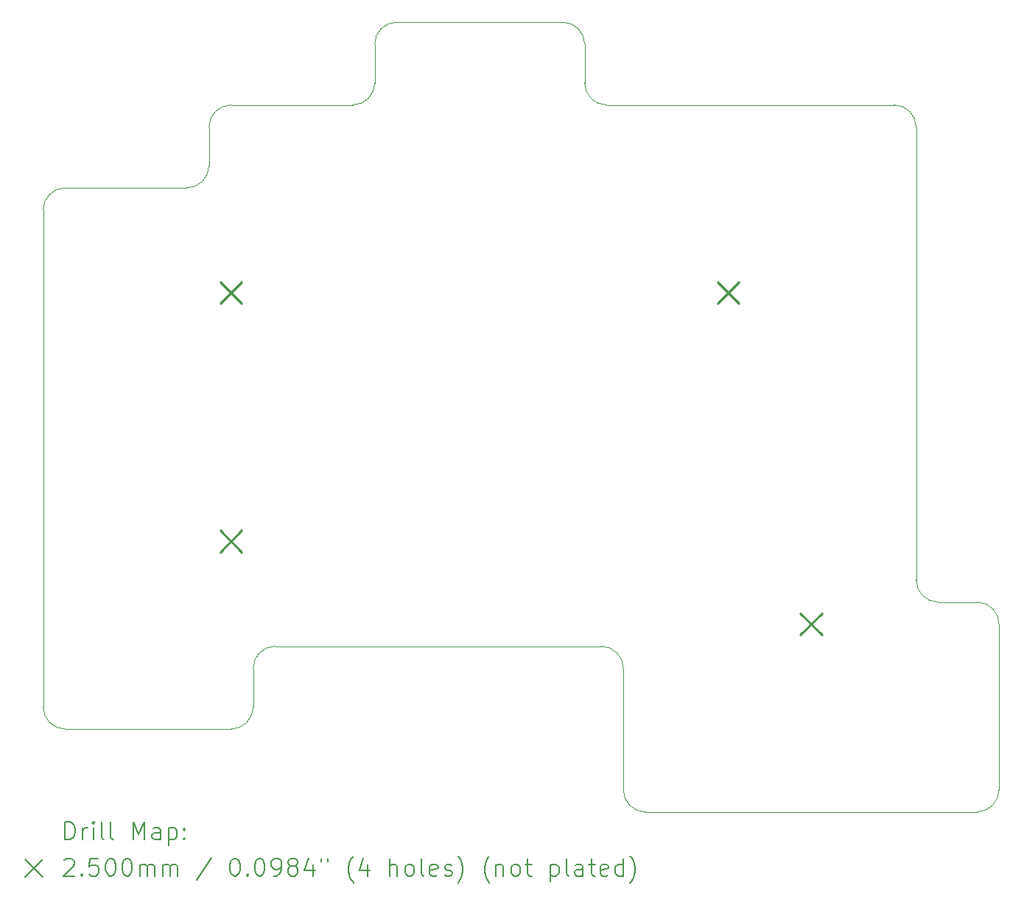
<source format=gbr>
%FSLAX45Y45*%
G04 Gerber Fmt 4.5, Leading zero omitted, Abs format (unit mm)*
G04 Created by KiCad (PCBNEW (6.0.4-0)) date 2022-03-28 14:14:27*
%MOMM*%
%LPD*%
G01*
G04 APERTURE LIST*
%TA.AperFunction,Profile*%
%ADD10C,0.120000*%
%TD*%
%ADD11C,0.200000*%
%ADD12C,0.250000*%
G04 APERTURE END LIST*
D10*
X-2349500Y-5969000D02*
G75*
G03*
X-2603500Y-6223000I0J-254000D01*
G01*
X-2857500Y254000D02*
X-1460500Y254000D01*
X-2857500Y-6921500D02*
G75*
G03*
X-2603500Y-6667500I0J254000D01*
G01*
X1206500Y508000D02*
X1206500Y952500D01*
X-5016500Y-952500D02*
X-5016500Y-6667500D01*
X5016500Y-5207000D02*
G75*
G03*
X5270500Y-5461000I254000J0D01*
G01*
X1206500Y508000D02*
G75*
G03*
X1460500Y254000I254000J0D01*
G01*
X5969000Y-5715000D02*
G75*
G03*
X5715000Y-5461000I-254000J0D01*
G01*
X1651000Y-6223000D02*
X1651000Y-7620000D01*
X-4762500Y-6921500D02*
X-2857500Y-6921500D01*
X5715000Y-5461000D02*
X5270500Y-5461000D01*
X-1206500Y508000D02*
X-1206500Y952500D01*
X-3111500Y0D02*
X-3111500Y-444500D01*
X-2603500Y-6667500D02*
X-2603500Y-6223000D01*
X5461000Y-7874000D02*
X5715000Y-7874000D01*
X1397000Y-5969000D02*
X-2349500Y-5969000D01*
X-4762500Y-698500D02*
G75*
G03*
X-5016500Y-952500I0J-254000D01*
G01*
X1206500Y952500D02*
G75*
G03*
X952500Y1206500I-254000J0D01*
G01*
X-5016500Y-6667500D02*
G75*
G03*
X-4762500Y-6921500I254000J0D01*
G01*
X1651000Y-6223000D02*
G75*
G03*
X1397000Y-5969000I-254000J0D01*
G01*
X5016500Y0D02*
G75*
G03*
X4762500Y254000I-254000J0D01*
G01*
X-3365500Y-698500D02*
G75*
G03*
X-3111500Y-444500I0J254000D01*
G01*
X1460500Y254000D02*
X4762500Y254000D01*
X5969000Y-5969000D02*
X5969000Y-5715000D01*
X5715000Y-7874000D02*
G75*
G03*
X5969000Y-7620000I0J254000D01*
G01*
X5969000Y-5969000D02*
X5969000Y-7620000D01*
X952500Y1206500D02*
X-952500Y1206500D01*
X5461000Y-7874000D02*
X1905000Y-7874000D01*
X-2857500Y254000D02*
G75*
G03*
X-3111500Y0I0J-254000D01*
G01*
X-952500Y1206500D02*
G75*
G03*
X-1206500Y952500I0J-254000D01*
G01*
X-3365500Y-698500D02*
X-4762500Y-698500D01*
X1651000Y-7620000D02*
G75*
G03*
X1905000Y-7874000I254000J0D01*
G01*
X5016500Y-5207000D02*
X5016500Y0D01*
X-1460500Y254000D02*
G75*
G03*
X-1206500Y508000I0J254000D01*
G01*
D11*
D12*
X-2982500Y-1780000D02*
X-2732500Y-2030000D01*
X-2732500Y-1780000D02*
X-2982500Y-2030000D01*
X-2982500Y-4637500D02*
X-2732500Y-4887500D01*
X-2732500Y-4637500D02*
X-2982500Y-4887500D01*
X2732500Y-1780000D02*
X2982500Y-2030000D01*
X2982500Y-1780000D02*
X2732500Y-2030000D01*
X3685000Y-5590000D02*
X3935000Y-5840000D01*
X3935000Y-5590000D02*
X3685000Y-5840000D01*
D11*
X-4764881Y-8190476D02*
X-4764881Y-7990476D01*
X-4717262Y-7990476D01*
X-4688691Y-8000000D01*
X-4669643Y-8019048D01*
X-4660119Y-8038095D01*
X-4650595Y-8076190D01*
X-4650595Y-8104762D01*
X-4660119Y-8142857D01*
X-4669643Y-8161905D01*
X-4688691Y-8180952D01*
X-4717262Y-8190476D01*
X-4764881Y-8190476D01*
X-4564881Y-8190476D02*
X-4564881Y-8057143D01*
X-4564881Y-8095238D02*
X-4555357Y-8076190D01*
X-4545833Y-8066667D01*
X-4526786Y-8057143D01*
X-4507738Y-8057143D01*
X-4441072Y-8190476D02*
X-4441072Y-8057143D01*
X-4441072Y-7990476D02*
X-4450595Y-8000000D01*
X-4441072Y-8009524D01*
X-4431548Y-8000000D01*
X-4441072Y-7990476D01*
X-4441072Y-8009524D01*
X-4317262Y-8190476D02*
X-4336310Y-8180952D01*
X-4345833Y-8161905D01*
X-4345833Y-7990476D01*
X-4212500Y-8190476D02*
X-4231548Y-8180952D01*
X-4241072Y-8161905D01*
X-4241072Y-7990476D01*
X-3983929Y-8190476D02*
X-3983929Y-7990476D01*
X-3917262Y-8133333D01*
X-3850595Y-7990476D01*
X-3850595Y-8190476D01*
X-3669643Y-8190476D02*
X-3669643Y-8085714D01*
X-3679167Y-8066667D01*
X-3698214Y-8057143D01*
X-3736310Y-8057143D01*
X-3755357Y-8066667D01*
X-3669643Y-8180952D02*
X-3688690Y-8190476D01*
X-3736310Y-8190476D01*
X-3755357Y-8180952D01*
X-3764881Y-8161905D01*
X-3764881Y-8142857D01*
X-3755357Y-8123809D01*
X-3736310Y-8114286D01*
X-3688690Y-8114286D01*
X-3669643Y-8104762D01*
X-3574405Y-8057143D02*
X-3574405Y-8257143D01*
X-3574405Y-8066667D02*
X-3555357Y-8057143D01*
X-3517262Y-8057143D01*
X-3498214Y-8066667D01*
X-3488690Y-8076190D01*
X-3479167Y-8095238D01*
X-3479167Y-8152381D01*
X-3488690Y-8171428D01*
X-3498214Y-8180952D01*
X-3517262Y-8190476D01*
X-3555357Y-8190476D01*
X-3574405Y-8180952D01*
X-3393452Y-8171428D02*
X-3383929Y-8180952D01*
X-3393452Y-8190476D01*
X-3402976Y-8180952D01*
X-3393452Y-8171428D01*
X-3393452Y-8190476D01*
X-3393452Y-8066667D02*
X-3383929Y-8076190D01*
X-3393452Y-8085714D01*
X-3402976Y-8076190D01*
X-3393452Y-8066667D01*
X-3393452Y-8085714D01*
X-5222500Y-8420000D02*
X-5022500Y-8620000D01*
X-5022500Y-8420000D02*
X-5222500Y-8620000D01*
X-4774405Y-8429524D02*
X-4764881Y-8420000D01*
X-4745833Y-8410476D01*
X-4698214Y-8410476D01*
X-4679167Y-8420000D01*
X-4669643Y-8429524D01*
X-4660119Y-8448571D01*
X-4660119Y-8467619D01*
X-4669643Y-8496190D01*
X-4783929Y-8610476D01*
X-4660119Y-8610476D01*
X-4574405Y-8591429D02*
X-4564881Y-8600952D01*
X-4574405Y-8610476D01*
X-4583929Y-8600952D01*
X-4574405Y-8591429D01*
X-4574405Y-8610476D01*
X-4383929Y-8410476D02*
X-4479167Y-8410476D01*
X-4488691Y-8505714D01*
X-4479167Y-8496190D01*
X-4460119Y-8486667D01*
X-4412500Y-8486667D01*
X-4393452Y-8496190D01*
X-4383929Y-8505714D01*
X-4374405Y-8524762D01*
X-4374405Y-8572381D01*
X-4383929Y-8591429D01*
X-4393452Y-8600952D01*
X-4412500Y-8610476D01*
X-4460119Y-8610476D01*
X-4479167Y-8600952D01*
X-4488691Y-8591429D01*
X-4250595Y-8410476D02*
X-4231548Y-8410476D01*
X-4212500Y-8420000D01*
X-4202976Y-8429524D01*
X-4193452Y-8448571D01*
X-4183929Y-8486667D01*
X-4183929Y-8534286D01*
X-4193452Y-8572381D01*
X-4202976Y-8591429D01*
X-4212500Y-8600952D01*
X-4231548Y-8610476D01*
X-4250595Y-8610476D01*
X-4269643Y-8600952D01*
X-4279167Y-8591429D01*
X-4288691Y-8572381D01*
X-4298214Y-8534286D01*
X-4298214Y-8486667D01*
X-4288691Y-8448571D01*
X-4279167Y-8429524D01*
X-4269643Y-8420000D01*
X-4250595Y-8410476D01*
X-4060119Y-8410476D02*
X-4041071Y-8410476D01*
X-4022024Y-8420000D01*
X-4012500Y-8429524D01*
X-4002976Y-8448571D01*
X-3993452Y-8486667D01*
X-3993452Y-8534286D01*
X-4002976Y-8572381D01*
X-4012500Y-8591429D01*
X-4022024Y-8600952D01*
X-4041071Y-8610476D01*
X-4060119Y-8610476D01*
X-4079167Y-8600952D01*
X-4088690Y-8591429D01*
X-4098214Y-8572381D01*
X-4107738Y-8534286D01*
X-4107738Y-8486667D01*
X-4098214Y-8448571D01*
X-4088690Y-8429524D01*
X-4079167Y-8420000D01*
X-4060119Y-8410476D01*
X-3907738Y-8610476D02*
X-3907738Y-8477143D01*
X-3907738Y-8496190D02*
X-3898214Y-8486667D01*
X-3879167Y-8477143D01*
X-3850595Y-8477143D01*
X-3831548Y-8486667D01*
X-3822024Y-8505714D01*
X-3822024Y-8610476D01*
X-3822024Y-8505714D02*
X-3812500Y-8486667D01*
X-3793452Y-8477143D01*
X-3764881Y-8477143D01*
X-3745833Y-8486667D01*
X-3736310Y-8505714D01*
X-3736310Y-8610476D01*
X-3641071Y-8610476D02*
X-3641071Y-8477143D01*
X-3641071Y-8496190D02*
X-3631548Y-8486667D01*
X-3612500Y-8477143D01*
X-3583929Y-8477143D01*
X-3564881Y-8486667D01*
X-3555357Y-8505714D01*
X-3555357Y-8610476D01*
X-3555357Y-8505714D02*
X-3545833Y-8486667D01*
X-3526786Y-8477143D01*
X-3498214Y-8477143D01*
X-3479167Y-8486667D01*
X-3469643Y-8505714D01*
X-3469643Y-8610476D01*
X-3079167Y-8400952D02*
X-3250595Y-8658095D01*
X-2822024Y-8410476D02*
X-2802976Y-8410476D01*
X-2783929Y-8420000D01*
X-2774405Y-8429524D01*
X-2764881Y-8448571D01*
X-2755357Y-8486667D01*
X-2755357Y-8534286D01*
X-2764881Y-8572381D01*
X-2774405Y-8591429D01*
X-2783929Y-8600952D01*
X-2802976Y-8610476D01*
X-2822024Y-8610476D01*
X-2841071Y-8600952D01*
X-2850595Y-8591429D01*
X-2860119Y-8572381D01*
X-2869643Y-8534286D01*
X-2869643Y-8486667D01*
X-2860119Y-8448571D01*
X-2850595Y-8429524D01*
X-2841071Y-8420000D01*
X-2822024Y-8410476D01*
X-2669643Y-8591429D02*
X-2660119Y-8600952D01*
X-2669643Y-8610476D01*
X-2679167Y-8600952D01*
X-2669643Y-8591429D01*
X-2669643Y-8610476D01*
X-2536310Y-8410476D02*
X-2517262Y-8410476D01*
X-2498214Y-8420000D01*
X-2488691Y-8429524D01*
X-2479167Y-8448571D01*
X-2469643Y-8486667D01*
X-2469643Y-8534286D01*
X-2479167Y-8572381D01*
X-2488691Y-8591429D01*
X-2498214Y-8600952D01*
X-2517262Y-8610476D01*
X-2536310Y-8610476D01*
X-2555357Y-8600952D01*
X-2564881Y-8591429D01*
X-2574405Y-8572381D01*
X-2583929Y-8534286D01*
X-2583929Y-8486667D01*
X-2574405Y-8448571D01*
X-2564881Y-8429524D01*
X-2555357Y-8420000D01*
X-2536310Y-8410476D01*
X-2374405Y-8610476D02*
X-2336310Y-8610476D01*
X-2317262Y-8600952D01*
X-2307738Y-8591429D01*
X-2288691Y-8562857D01*
X-2279167Y-8524762D01*
X-2279167Y-8448571D01*
X-2288691Y-8429524D01*
X-2298214Y-8420000D01*
X-2317262Y-8410476D01*
X-2355357Y-8410476D01*
X-2374405Y-8420000D01*
X-2383929Y-8429524D01*
X-2393452Y-8448571D01*
X-2393452Y-8496190D01*
X-2383929Y-8515238D01*
X-2374405Y-8524762D01*
X-2355357Y-8534286D01*
X-2317262Y-8534286D01*
X-2298214Y-8524762D01*
X-2288691Y-8515238D01*
X-2279167Y-8496190D01*
X-2164881Y-8496190D02*
X-2183929Y-8486667D01*
X-2193452Y-8477143D01*
X-2202976Y-8458095D01*
X-2202976Y-8448571D01*
X-2193452Y-8429524D01*
X-2183929Y-8420000D01*
X-2164881Y-8410476D01*
X-2126786Y-8410476D01*
X-2107738Y-8420000D01*
X-2098214Y-8429524D01*
X-2088690Y-8448571D01*
X-2088690Y-8458095D01*
X-2098214Y-8477143D01*
X-2107738Y-8486667D01*
X-2126786Y-8496190D01*
X-2164881Y-8496190D01*
X-2183929Y-8505714D01*
X-2193452Y-8515238D01*
X-2202976Y-8534286D01*
X-2202976Y-8572381D01*
X-2193452Y-8591429D01*
X-2183929Y-8600952D01*
X-2164881Y-8610476D01*
X-2126786Y-8610476D01*
X-2107738Y-8600952D01*
X-2098214Y-8591429D01*
X-2088690Y-8572381D01*
X-2088690Y-8534286D01*
X-2098214Y-8515238D01*
X-2107738Y-8505714D01*
X-2126786Y-8496190D01*
X-1917262Y-8477143D02*
X-1917262Y-8610476D01*
X-1964881Y-8400952D02*
X-2012500Y-8543810D01*
X-1888690Y-8543810D01*
X-1822024Y-8410476D02*
X-1822024Y-8448571D01*
X-1745833Y-8410476D02*
X-1745833Y-8448571D01*
X-1450595Y-8686667D02*
X-1460119Y-8677143D01*
X-1479167Y-8648571D01*
X-1488690Y-8629524D01*
X-1498214Y-8600952D01*
X-1507738Y-8553333D01*
X-1507738Y-8515238D01*
X-1498214Y-8467619D01*
X-1488690Y-8439048D01*
X-1479167Y-8420000D01*
X-1460119Y-8391429D01*
X-1450595Y-8381905D01*
X-1288691Y-8477143D02*
X-1288691Y-8610476D01*
X-1336310Y-8400952D02*
X-1383929Y-8543810D01*
X-1260119Y-8543810D01*
X-1031548Y-8610476D02*
X-1031548Y-8410476D01*
X-945833Y-8610476D02*
X-945833Y-8505714D01*
X-955357Y-8486667D01*
X-974405Y-8477143D01*
X-1002976Y-8477143D01*
X-1022024Y-8486667D01*
X-1031548Y-8496190D01*
X-822024Y-8610476D02*
X-841071Y-8600952D01*
X-850595Y-8591429D01*
X-860119Y-8572381D01*
X-860119Y-8515238D01*
X-850595Y-8496190D01*
X-841071Y-8486667D01*
X-822024Y-8477143D01*
X-793452Y-8477143D01*
X-774405Y-8486667D01*
X-764881Y-8496190D01*
X-755357Y-8515238D01*
X-755357Y-8572381D01*
X-764881Y-8591429D01*
X-774405Y-8600952D01*
X-793452Y-8610476D01*
X-822024Y-8610476D01*
X-641072Y-8610476D02*
X-660119Y-8600952D01*
X-669643Y-8581905D01*
X-669643Y-8410476D01*
X-488690Y-8600952D02*
X-507738Y-8610476D01*
X-545833Y-8610476D01*
X-564881Y-8600952D01*
X-574405Y-8581905D01*
X-574405Y-8505714D01*
X-564881Y-8486667D01*
X-545833Y-8477143D01*
X-507738Y-8477143D01*
X-488690Y-8486667D01*
X-479167Y-8505714D01*
X-479167Y-8524762D01*
X-574405Y-8543810D01*
X-402976Y-8600952D02*
X-383929Y-8610476D01*
X-345833Y-8610476D01*
X-326786Y-8600952D01*
X-317262Y-8581905D01*
X-317262Y-8572381D01*
X-326786Y-8553333D01*
X-345833Y-8543810D01*
X-374405Y-8543810D01*
X-393452Y-8534286D01*
X-402976Y-8515238D01*
X-402976Y-8505714D01*
X-393452Y-8486667D01*
X-374405Y-8477143D01*
X-345833Y-8477143D01*
X-326786Y-8486667D01*
X-250595Y-8686667D02*
X-241071Y-8677143D01*
X-222024Y-8648571D01*
X-212500Y-8629524D01*
X-202976Y-8600952D01*
X-193452Y-8553333D01*
X-193452Y-8515238D01*
X-202976Y-8467619D01*
X-212500Y-8439048D01*
X-222024Y-8420000D01*
X-241071Y-8391429D01*
X-250595Y-8381905D01*
X111309Y-8686667D02*
X101786Y-8677143D01*
X82738Y-8648571D01*
X73214Y-8629524D01*
X63690Y-8600952D01*
X54167Y-8553333D01*
X54167Y-8515238D01*
X63690Y-8467619D01*
X73214Y-8439048D01*
X82738Y-8420000D01*
X101786Y-8391429D01*
X111309Y-8381905D01*
X187500Y-8477143D02*
X187500Y-8610476D01*
X187500Y-8496190D02*
X197024Y-8486667D01*
X216071Y-8477143D01*
X244643Y-8477143D01*
X263690Y-8486667D01*
X273214Y-8505714D01*
X273214Y-8610476D01*
X397024Y-8610476D02*
X377976Y-8600952D01*
X368452Y-8591429D01*
X358928Y-8572381D01*
X358928Y-8515238D01*
X368452Y-8496190D01*
X377976Y-8486667D01*
X397024Y-8477143D01*
X425595Y-8477143D01*
X444643Y-8486667D01*
X454167Y-8496190D01*
X463690Y-8515238D01*
X463690Y-8572381D01*
X454167Y-8591429D01*
X444643Y-8600952D01*
X425595Y-8610476D01*
X397024Y-8610476D01*
X520833Y-8477143D02*
X597024Y-8477143D01*
X549405Y-8410476D02*
X549405Y-8581905D01*
X558929Y-8600952D01*
X577976Y-8610476D01*
X597024Y-8610476D01*
X816071Y-8477143D02*
X816071Y-8677143D01*
X816071Y-8486667D02*
X835119Y-8477143D01*
X873214Y-8477143D01*
X892262Y-8486667D01*
X901786Y-8496190D01*
X911309Y-8515238D01*
X911309Y-8572381D01*
X901786Y-8591429D01*
X892262Y-8600952D01*
X873214Y-8610476D01*
X835119Y-8610476D01*
X816071Y-8600952D01*
X1025595Y-8610476D02*
X1006548Y-8600952D01*
X997024Y-8581905D01*
X997024Y-8410476D01*
X1187500Y-8610476D02*
X1187500Y-8505714D01*
X1177976Y-8486667D01*
X1158929Y-8477143D01*
X1120833Y-8477143D01*
X1101786Y-8486667D01*
X1187500Y-8600952D02*
X1168452Y-8610476D01*
X1120833Y-8610476D01*
X1101786Y-8600952D01*
X1092262Y-8581905D01*
X1092262Y-8562857D01*
X1101786Y-8543810D01*
X1120833Y-8534286D01*
X1168452Y-8534286D01*
X1187500Y-8524762D01*
X1254167Y-8477143D02*
X1330357Y-8477143D01*
X1282738Y-8410476D02*
X1282738Y-8581905D01*
X1292262Y-8600952D01*
X1311310Y-8610476D01*
X1330357Y-8610476D01*
X1473214Y-8600952D02*
X1454167Y-8610476D01*
X1416071Y-8610476D01*
X1397024Y-8600952D01*
X1387500Y-8581905D01*
X1387500Y-8505714D01*
X1397024Y-8486667D01*
X1416071Y-8477143D01*
X1454167Y-8477143D01*
X1473214Y-8486667D01*
X1482738Y-8505714D01*
X1482738Y-8524762D01*
X1387500Y-8543810D01*
X1654167Y-8610476D02*
X1654167Y-8410476D01*
X1654167Y-8600952D02*
X1635119Y-8610476D01*
X1597024Y-8610476D01*
X1577976Y-8600952D01*
X1568452Y-8591429D01*
X1558928Y-8572381D01*
X1558928Y-8515238D01*
X1568452Y-8496190D01*
X1577976Y-8486667D01*
X1597024Y-8477143D01*
X1635119Y-8477143D01*
X1654167Y-8486667D01*
X1730357Y-8686667D02*
X1739881Y-8677143D01*
X1758928Y-8648571D01*
X1768452Y-8629524D01*
X1777976Y-8600952D01*
X1787500Y-8553333D01*
X1787500Y-8515238D01*
X1777976Y-8467619D01*
X1768452Y-8439048D01*
X1758928Y-8420000D01*
X1739881Y-8391429D01*
X1730357Y-8381905D01*
M02*

</source>
